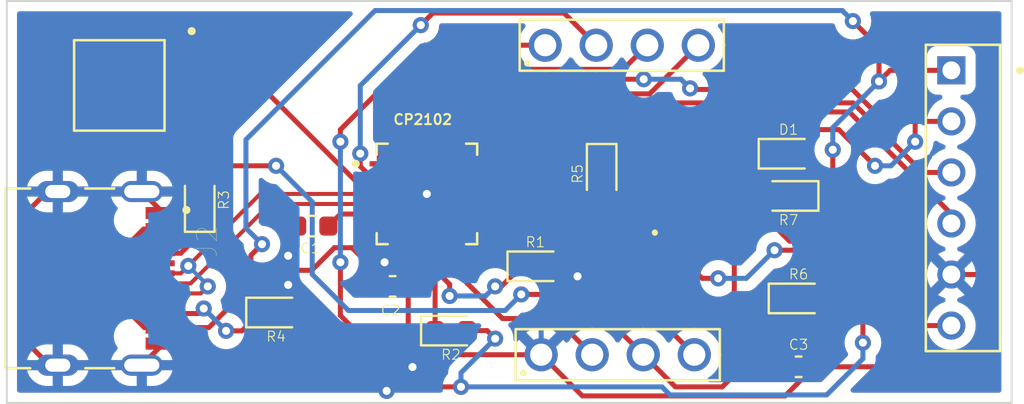
<source format=kicad_pcb>
(kicad_pcb (version 20211014) (generator pcbnew)
  (layers (0 "F.Cu" signal) (31 "B.Cu" signal) (34 "B.Paste" user) (35 "F.Paste" user) (36 "B.SilkS" user "B.Silkscreen") (37 "F.SilkS" user "F.Silkscreen") (38 "B.Mask" user) (39 "F.Mask" user) (44 "Edge.Cuts" user))
  (net 0 "")
  (net 1 "GND")
  (net 2 "Net-(C1-Pad2)")
  (net 3 "5V")
  (net 4 "EN")
  (net 5 "Net-(D1-Pad2)")
  (net 6 "Net-(IC1-Pad9)")
  (net 8 "Net-(IC1-Pad11)")
  (net 9 "SUSPEND")
  (net 13 "CTS")
  (net 14 "RTS")
  (net 15 "RXD")
  (net 16 "TXD")
  (net 17 "DSR")
  (net 18 "DTR")
  (net 19 "DCD")
  (net 20 "RI")
  (net 21 "D+")
  (net 22 "D-")
  (net 30 "Net-(J2-PadA5)")
  (net 33 "Net-(J2-PadB5)")
  (net 34 "3V3")
  (net 35 "Net-(R5-Pad2)")
  (footprint "LED_SMD:LED_0603_1608Metric" (layer "F.Cu") (at 145.7 71.8)
    (fp_text reference "D1" (at 0 -1.2) (layer "F.SilkS") (effects (font (size 0.5 0.5) (thickness 0.05))))
    (fp_text value "LED" hide)
    (fp_line (start 0.8 -0.735) (end -1.485 -0.735) (layer "F.SilkS") (width 0.12))
    (fp_line (start -1.485 -0.735) (end -1.485 0.735) (layer "F.SilkS") (width 0.12))
    (fp_line (start -1.485 0.735) (end 0.8 0.735) (layer "F.SilkS") (width 0.12))
    (pad "1" smd roundrect (at -0.7875 0) (size 0.875 0.95) (layers "F.Cu" "F.Paste" "F.Mask") (net 1 "GND"))
    (pad "2" smd roundrect (at 0.7875 0) (size 0.875 0.95) (layers "F.Cu" "F.Paste" "F.Mask") (net 5 "Net-(D1-Pad2)"))
  )
  (footprint "npn_smd:L8050QLT1G" (layer "F.Cu") (at 140 73.675)
    (fp_text reference "IC2" hide)
    (fp_text value "L8050QLT1G" hide)
    (fp_line (start -0.95 2) (end -0.95 2) (layer "F.SilkS") (width 0.2))
    (fp_line (start -0.95 2) (end -0.95 2) (layer "F.SilkS") (width 0.2))
    (fp_line (start -0.95 2.1) (end -0.95 2.1) (layer "F.SilkS") (width 0.2))
    (fp_arc (start -0.95 2) (mid -0.9 2.05) (end -0.95 2.1) (layer "F.SilkS") (width 0.2))
    (fp_arc (start -0.95 2.1) (mid -1 2.05) (end -0.95 2) (layer "F.SilkS") (width 0.2))
    (fp_arc (start -0.95 2.1) (mid -1 2.05) (end -0.95 2) (layer "F.SilkS") (width 0.2))
    (pad "1" smd rect locked (at -0.95 1) (size 0.8 0.9) (layers "F.Cu" "F.Paste" "F.Mask") (net 35 "Net-(R5-Pad2)"))
    (pad "2" smd rect locked (at 0.95 1) (size 0.8 0.9) (layers "F.Cu" "F.Paste" "F.Mask") (net 14 "RTS"))
    (pad "3" smd rect locked (at 0 -1) (size 0.8 0.9) (layers "F.Cu" "F.Paste" "F.Mask") (net 4 "EN"))
  )
  (footprint "Tactile Switch:SW_TL3305AF260QG" (layer "F.Cu") (at 112.4 68.4 -90)
    (fp_text reference "SW1" hide)
    (fp_text value "SW_MEC_5G" hide)
    (fp_line (start -2.25 -2.25) (end -2.25 2.25) (layer "F.SilkS") (width 0.127))
    (fp_line (start 2.25 2.25) (end 2.25 -2.25) (layer "F.SilkS") (width 0.127))
    (fp_line (start -2.25 -2.25) (end 2.25 -2.25) (layer "F.SilkS") (width 0.127))
    (fp_line (start 2.25 2.25) (end -2.25 2.25) (layer "F.SilkS") (width 0.127))
    (fp_circle (center -2.7 -3.6) (end -2.6 -3.6) (layer "F.SilkS") (width 0.2) (fill none))
    (pad "1" smd rect locked (at -1.5 -3.6 270) (size 1.4 1.6) (layers "F.Cu" "F.Paste" "F.Mask") (net 1 "GND"))
    (pad "2" smd rect locked (at -1.5 3.6 270) (size 1.4 1.6) (layers "F.Cu" "F.Paste" "F.Mask") (net 1 "GND"))
    (pad "3" smd rect locked (at 1.5 -3.6 270) (size 1.4 1.6) (layers "F.Cu" "F.Paste" "F.Mask") (net 4 "EN"))
    (pad "4" smd rect locked (at 1.5 3.6 270) (size 1.4 1.6) (layers "F.Cu" "F.Paste" "F.Mask") (net 4 "EN"))
  )
  (footprint "LED_SMD:LED_0603_1608Metric" (layer "F.Cu") (at 146.2 79)
    (fp_text reference "R6" (at 0 -1.2) (layer "F.SilkS") (effects (font (size 0.5 0.5) (thickness 0.05))))
    (fp_text value "10K" hide)
    (fp_line (start 0.8 -0.735) (end -1.485 -0.735) (layer "F.SilkS") (width 0.12))
    (fp_line (start -1.485 0.735) (end 0.8 0.735) (layer "F.SilkS") (width 0.12))
    (fp_line (start -1.485 -0.735) (end -1.485 0.735) (layer "F.SilkS") (width 0.12))
    (pad "1" smd roundrect (at -0.7875 0) (size 0.875 0.95) (layers "F.Cu" "F.Paste" "F.Mask") (net 4 "EN"))
    (pad "2" smd roundrect (at 0.7875 0) (size 0.875 0.95) (layers "F.Cu" "F.Paste" "F.Mask") (net 34 "3V3"))
  )
  (footprint "LED_SMD:LED_0603_1608Metric" (layer "F.Cu") (at 145.7 73.9 180)
    (fp_text reference "R7" (at 0 -1.2) (layer "F.SilkS") (effects (font (size 0.5 0.5) (thickness 0.05))))
    (fp_text value "5.1K" hide)
    (fp_line (start -1.485 -0.735) (end -1.485 0.735) (layer "F.SilkS") (width 0.12))
    (fp_line (start 0.8 -0.735) (end -1.485 -0.735) (layer "F.SilkS") (width 0.12))
    (fp_line (start -1.485 0.735) (end 0.8 0.735) (layer "F.SilkS") (width 0.12))
    (pad "1" smd roundrect (at -0.7875 0 180) (size 0.875 0.95) (layers "F.Cu" "F.Paste" "F.Mask") (net 3 "5V"))
    (pad "2" smd roundrect (at 0.7875 0 180) (size 0.875 0.95) (layers "F.Cu" "F.Paste" "F.Mask") (net 5 "Net-(D1-Pad2)"))
  )
  (footprint "LED_SMD:LED_0603_1608Metric" (layer "F.Cu") (at 128.9 80.6)
    (fp_text reference "R2" (at 0 1.2) (layer "F.SilkS") (effects (font (size 0.5 0.5) (thickness 0.05))))
    (fp_text value "10K" hide)
    (fp_line (start -1.485 -0.735) (end -1.485 0.735) (layer "F.SilkS") (width 0.12))
    (fp_line (start 0.8 -0.735) (end -1.485 -0.735) (layer "F.SilkS") (width 0.12))
    (fp_line (start -1.485 0.735) (end 0.8 0.735) (layer "F.SilkS") (width 0.12))
    (pad "1" smd roundrect (at -0.7875 0) (size 0.875 0.95) (layers "F.Cu" "F.Paste" "F.Mask") (net 6 "Net-(IC1-Pad9)"))
    (pad "2" smd roundrect (at 0.7875 0) (size 0.875 0.95) (layers "F.Cu" "F.Paste" "F.Mask") (net 34 "3V3"))
  )
  (footprint "usb c:HRO_TYPE-C-31-M-12" (layer "F.Cu") (at 109.3375 78 -90)
    (fp_text reference "J2" (at -1.825 -7.435 90) (layer "F.SilkS") (effects (font (thickness 0.015))))
    (fp_text value "TYPE-C-31-M-12" hide)
    (fp_line (start 4.47 -2.81) (end 4.47 -1.37) (layer "F.SilkS") (width 0.127))
    (fp_line (start -4.47 2.6) (end -4.47 1.37) (layer "F.SilkS") (width 0.127))
    (fp_line (start -4.47 -2.81) (end -4.47 -1.37) (layer "F.SilkS") (width 0.127))
    (fp_line (start 4.47 2.6) (end -4.47 2.6) (layer "F.SilkS") (width 0.127))
    (fp_line (start 4.47 1.37) (end 4.47 2.6) (layer "F.SilkS") (width 0.127))
    (fp_circle (center -3.4 -6.4) (end -3.3 -6.4) (layer "F.SilkS") (width 0.2) (fill none))
    (pad "" np_thru_hole circle locked (at 2.89 -3.65 270) (size 0.7 0.7) (drill 0.7) (layers *.Cu *.Mask))
    (pad "" np_thru_hole circle locked (at -2.89 -3.65 270) (size 0.7 0.7) (drill 0.7) (layers *.Cu *.Mask))
    (pad "A1B12" smd rect locked (at -3.25 -5.095 270) (size 0.6 1.45) (layers "F.Cu" "F.Paste" "F.Mask") (net 1 "GND"))
    (pad "A4B9" smd rect locked (at -2.45 -5.095 270) (size 0.6 1.45) (layers "F.Cu" "F.Paste" "F.Mask") (net 3 "5V"))
    (pad "A5" smd rect locked (at -1.25 -5.095 270) (size 0.3 1.45) (layers "F.Cu" "F.Paste" "F.Mask") (net 30 "Net-(J2-PadA5)"))
    (pad "A6" smd rect locked (at -0.25 -5.095 270) (size 0.3 1.45) (layers "F.Cu" "F.Paste" "F.Mask") (net 21 "D+"))
    (pad "A7" smd rect locked (at 0.25 -5.095 270) (size 0.3 1.45) (layers "F.Cu" "F.Paste" "F.Mask") (net 22 "D-"))
    (pad "A8" smd rect locked (at 1.25 -5.095 270) (size 0.3 1.45) (layers "F.Cu" "F.Paste" "F.Mask"))
    (pad "B1A12" smd rect locked (at 3.25 -5.095 270) (size 0.6 1.45) (layers "F.Cu" "F.Paste" "F.Mask") (net 1 "GND"))
    (pad "B4A9" smd rect locked (at 2.45 -5.095 270) (size 0.6 1.45) (layers "F.Cu" "F.Paste" "F.Mask") (net 3 "5V"))
    (pad "B5" smd rect locked (at 1.75 -5.095 270) (size 0.3 1.45) (layers "F.Cu" "F.Paste" "F.Mask") (net 33 "Net-(J2-PadB5)"))
    (pad "B6" smd rect locked (at 0.75 -5.095 270) (size 0.3 1.45) (layers "F.Cu" "F.Paste" "F.Mask") (net 21 "D+"))
    (pad "B7" smd rect locked (at -0.75 -5.095 270) (size 0.3 1.45) (layers "F.Cu" "F.Paste" "F.Mask") (net 22 "D-"))
    (pad "B8" smd rect locked (at -1.75 -5.095 270) (size 0.3 1.45) (layers "F.Cu" "F.Paste" "F.Mask"))
    (pad "S1" thru_hole oval locked (at -4.32 -4.18 270) (size 1.05 2.1) (drill oval 0.65 1.75) (layers *.Cu *.Mask) (net 1 "GND"))
    (pad "S2" thru_hole oval locked (at 4.32 -4.18 270) (size 1.05 2.1) (drill oval 0.65 1.75) (layers *.Cu *.Mask) (net 1 "GND"))
    (pad "S3" thru_hole oval locked (at -4.32 0 270) (size 1.05 2.1) (drill oval 0.65 1.25) (layers *.Cu *.Mask) (net 1 "GND"))
    (pad "S4" thru_hole oval locked (at 4.32 0 270) (size 1.05 2.1) (drill oval 0.65 1.25) (layers *.Cu *.Mask) (net 1 "GND"))
  )
  (footprint "Pin header 01x04:61300411121" (layer "F.Cu") (at 137.2 81.8)
    (fp_text reference "J4" hide)
    (fp_text value "Conn_01x04_Male" hide)
    (fp_line (start 5.08 -1.27) (end -5.08 -1.27) (layer "F.SilkS") (width 0.127))
    (fp_line (start -5.08 -1.27) (end -5.08 1.27) (layer "F.SilkS") (width 0.127))
    (fp_line (start 5.08 1.27) (end 5.08 -1.27) (layer "F.SilkS") (width 0.127))
    (fp_line (start -5.08 1.27) (end 5.08 1.27) (layer "F.SilkS") (width 0.127))
    (fp_circle (center -4.7 0.9) (end -4.6 0.9) (layer "F.SilkS") (width 0.127) (fill none))
    (pad "1" thru_hole circle locked (at -3.81 0) (size 1.65 1.65) (drill 1.1) (layers *.Cu *.Mask) (net 1 "GND"))
    (pad "2" thru_hole circle locked (at -1.27 0) (size 1.65 1.65) (drill 1.1) (layers *.Cu *.Mask) (net 9 "SUSPEND"))
    (pad "3" thru_hole circle locked (at 1.27 0) (size 1.65 1.65) (drill 1.1) (layers *.Cu *.Mask) (net 4 "EN"))
    (pad "4" thru_hole circle locked (at 3.81 0) (size 1.65 1.65) (drill 1.1) (layers *.Cu *.Mask) (net 13 "CTS"))
  )
  (footprint "LED_SMD:LED_0603_1608Metric" (layer "F.Cu") (at 120.2 79.7)
    (fp_text reference "R4" (at 0 1.2) (layer "F.SilkS") (effects (font (size 0.5 0.5) (thickness 0.05))))
    (fp_text value "5.1K" hide)
    (fp_line (start -1.485 0.735) (end 0.8 0.735) (layer "F.SilkS") (width 0.12))
    (fp_line (start 0.8 -0.735) (end -1.485 -0.735) (layer "F.SilkS") (width 0.12))
    (fp_line (start -1.485 -0.735) (end -1.485 0.735) (layer "F.SilkS") (width 0.12))
    (pad "1" smd roundrect (at -0.7875 0) (size 0.875 0.95) (layers "F.Cu" "F.Paste" "F.Mask") (net 33 "Net-(J2-PadB5)"))
    (pad "2" smd roundrect (at 0.7875 0) (size 0.875 0.95) (layers "F.Cu" "F.Paste" "F.Mask") (net 1 "GND"))
  )
  (footprint "LED_SMD:LED_0603_1608Metric" (layer "F.Cu") (at 116.4 74.2 90)
    (fp_text reference "R3" (at 0.1 1.2 90) (layer "F.SilkS") (effects (font (size 0.5 0.5) (thickness 0.05))))
    (fp_text value "5.1K" hide)
    (fp_line (start 0.8 -0.735) (end -1.485 -0.735) (layer "F.SilkS") (width 0.12))
    (fp_line (start -1.485 -0.735) (end -1.485 0.735) (layer "F.SilkS") (width 0.12))
    (fp_line (start -1.485 0.735) (end 0.8 0.735) (layer "F.SilkS") (width 0.12))
    (pad "1" smd roundrect (at -0.7875 0 90) (size 0.875 0.95) (layers "F.Cu" "F.Paste" "F.Mask") (net 30 "Net-(J2-PadA5)"))
    (pad "2" smd roundrect (at 0.7875 0 90) (size 0.875 0.95) (layers "F.Cu" "F.Paste" "F.Mask") (net 1 "GND"))
  )
  (footprint "Pin header 01x04:61300411121" (layer "F.Cu") (at 137.4 66.4)
    (fp_text reference "J3" hide)
    (fp_text value "Conn_01x04_Male" hide)
    (fp_line (start 5.08 1.27) (end 5.08 -1.27) (layer "F.SilkS") (width 0.127))
    (fp_line (start 5.08 -1.27) (end -5.08 -1.27) (layer "F.SilkS") (width 0.127))
    (fp_line (start -5.08 -1.27) (end -5.08 1.27) (layer "F.SilkS") (width 0.127))
    (fp_line (start -5.08 1.27) (end 5.08 1.27) (layer "F.SilkS") (width 0.127))
    (fp_circle (center -4.7 0.9) (end -4.6 0.9) (layer "F.SilkS") (width 0.127) (fill none))
    (pad "1" thru_hole circle locked (at -3.81 0) (size 1.65 1.65) (drill 1.1) (layers *.Cu *.Mask) (net 34 "3V3"))
    (pad "2" thru_hole circle locked (at -1.27 0) (size 1.65 1.65) (drill 1.1) (layers *.Cu *.Mask) (net 20 "RI"))
    (pad "3" thru_hole circle locked (at 1.27 0) (size 1.65 1.65) (drill 1.1) (layers *.Cu *.Mask) (net 19 "DCD"))
    (pad "4" thru_hole circle locked (at 3.81 0) (size 1.65 1.65) (drill 1.1) (layers *.Cu *.Mask) (net 17 "DSR"))
  )
  (footprint "Pin header 01x06:TE_825433-6" (layer "F.Cu") (at 153.8 74 -90)
    (fp_text reference "J1" hide)
    (fp_text value "Conn_01x06_Male" hide)
    (fp_line (start 7.62 -2.42) (end 7.62 1.27) (layer "F.SilkS") (width 0.127))
    (fp_line (start -7.62 -2.42) (end 7.62 -2.42) (layer "F.SilkS") (width 0.127))
    (fp_line (start -7.62 1.27) (end -7.62 -2.42) (layer "F.SilkS") (width 0.127))
    (fp_line (start 7.62 1.27) (end -7.62 1.27) (layer "F.SilkS") (width 0.127))
    (fp_circle (center -6.35 -3.42) (end -6.25 -3.42) (layer "F.SilkS") (width 0.2) (fill none))
    (pad "1" thru_hole rect locked (at -6.35 0 270) (size 1.398 1.398) (drill 0.89) (layers *.Cu *.Mask) (net 3 "5V"))
    (pad "2" thru_hole circle locked (at -3.81 0 270) (size 1.398 1.398) (drill 0.89) (layers *.Cu *.Mask) (net 18 "DTR"))
    (pad "3" thru_hole circle locked (at -1.27 0 270) (size 1.398 1.398) (drill 0.89) (layers *.Cu *.Mask) (net 16 "TXD"))
    (pad "4" thru_hole circle locked (at 1.27 0 270) (size 1.398 1.398) (drill 0.89) (layers *.Cu *.Mask) (net 15 "RXD"))
    (pad "5" thru_hole circle locked (at 3.81 0 270) (size 1.398 1.398) (drill 0.89) (layers *.Cu *.Mask) (net 1 "GND"))
    (pad "6" thru_hole circle locked (at 6.35 0 270) (size 1.398 1.398) (drill 0.89) (layers *.Cu *.Mask) (net 14 "RTS"))
  )
  (footprint "Capacitor_SMD:C_0603_1608Metric" (layer "F.Cu") (at 146.2 82.4)
    (fp_text reference "C3" (at 0 -1.1) (layer "F.SilkS") (effects (font (size 0.5 0.5) (thickness 0.05))))
    (fp_text value "1uF" hide)
    (fp_line (start -0.14058 -0.51) (end 0.14058 -0.51) (layer "F.SilkS") (width 0.12))
    (fp_line (start -0.14058 0.51) (end 0.14058 0.51) (layer "F.SilkS") (width 0.12))
    (pad "1" smd roundrect (at -0.775 0) (size 0.9 0.95) (layers "F.Cu" "F.Paste" "F.Mask") (net 4 "EN"))
    (pad "2" smd roundrect (at 0.775 0) (size 0.9 0.95) (layers "F.Cu" "F.Paste" "F.Mask") (net 1 "GND"))
  )
  (footprint "LED_SMD:LED_0603_1608Metric" (layer "F.Cu") (at 136.4 72.8 -90)
    (fp_text reference "R5" (at 0 1.2 90) (layer "F.SilkS") (effects (font (size 0.5 0.5) (thickness 0.05))))
    (fp_text value "10K" hide)
    (fp_line (start 0.8 -0.735) (end -1.485 -0.735) (layer "F.SilkS") (width 0.12))
    (fp_line (start -1.485 -0.735) (end -1.485 0.735) (layer "F.SilkS") (width 0.12))
    (fp_line (start -1.485 0.735) (end 0.8 0.735) (layer "F.SilkS") (width 0.12))
    (pad "1" smd roundrect (at -0.7875 0 270) (size 0.875 0.95) (layers "F.Cu" "F.Paste" "F.Mask") (net 18 "DTR"))
    (pad "2" smd roundrect (at 0.7875 0 270) (size 0.875 0.95) (layers "F.Cu" "F.Paste" "F.Mask") (net 35 "Net-(R5-Pad2)"))
  )
  (footprint "Capacitor_SMD:C_0603_1608Metric" (layer "F.Cu") (at 126 78.4)
    (fp_text reference "C2" (at -0.1 1.2) (layer "F.SilkS") (effects (font (size 0.5 0.5) (thickness 0.05))))
    (fp_text value "1uF" hide)
    (fp_line (start -0.14058 0.51) (end 0.14058 0.51) (layer "F.SilkS") (width 0.12))
    (fp_line (start -0.14058 -0.51) (end 0.14058 -0.51) (layer "F.SilkS") (width 0.12))
    (pad "1" smd roundrect (at -0.775 0) (size 0.9 0.95) (layers "F.Cu" "F.Paste" "F.Mask") (net 3 "5V"))
    (pad "2" smd roundrect (at 0.775 0) (size 0.9 0.95) (layers "F.Cu" "F.Paste" "F.Mask") (net 1 "GND"))
  )
  (footprint "Capacitor_SMD:C_0603_1608Metric" (layer "F.Cu") (at 122.025 75.4)
    (fp_text reference "C1" (at -0.125 1.1) (layer "F.SilkS") (effects (font (size 0.5 0.5) (thickness 0.05))))
    (fp_text value "0.1uF" hide)
    (fp_line (start -0.14058 0.51) (end 0.14058 0.51) (layer "F.SilkS") (width 0.12))
    (fp_line (start -0.14058 -0.51) (end 0.14058 -0.51) (layer "F.SilkS") (width 0.12))
    (pad "1" smd roundrect (at -0.775 0) (size 0.9 0.95) (layers "F.Cu" "F.Paste" "F.Mask") (net 1 "GND"))
    (pad "2" smd roundrect (at 0.775 0) (size 0.9 0.95) (layers "F.Cu" "F.Paste" "F.Mask") (net 2 "Net-(C1-Pad2)"))
  )
  (footprint "LED_SMD:LED_0603_1608Metric" (layer "F.Cu") (at 133.2 77.4)
    (fp_text reference "R1" (at -0.1 -1.2) (layer "F.SilkS") (effects (font (size 0.5 0.5) (thickness 0.05))))
    (fp_text value "10K" hide)
    (fp_line (start 0.8 -0.735) (end -1.485 -0.735) (layer "F.SilkS") (width 0.12))
    (fp_line (start -1.485 -0.735) (end -1.485 0.735) (layer "F.SilkS") (width 0.12))
    (fp_line (start -1.485 0.735) (end 0.8 0.735) (layer "F.SilkS") (width 0.12))
    (pad "1" smd roundrect (at -0.7875 0) (size 0.875 0.95) (layers "F.Cu" "F.Paste" "F.Mask") (net 8 "Net-(IC1-Pad11)"))
    (pad "2" smd roundrect (at 0.7875 0) (size 0.875 0.95) (layers "F.Cu" "F.Paste" "F.Mask") (net 1 "GND"))
  )
  (footprint "CP2102:QFN50P500X500X100-29N" (layer "F.Cu") (at 127.705 73.8)
    (fp_text reference "CP2102" (at -0.205 -3.7) (layer "F.SilkS") (effects (font (size 0.5 0.5) (thickness 0.1))))
    (fp_text value "CP2102" hide)
    (fp_line (start -2.5 -2.5) (end -2.5 -1.95) (layer "F.SilkS") (width 0.127))
    (fp_line (start -2.5 2.5) (end -1.95 2.5) (layer "F.SilkS") (width 0.127))
    (fp_line (start 2.5 -2.5) (end 1.95 -2.5) (layer "F.SilkS") (width 0.127))
    (fp_line (start 2.5 2.5) (end 2.5 1.95) (layer "F.SilkS") (width 0.127))
    (fp_line (start 2.5 2.5) (end 1.95 2.5) (layer "F.SilkS") (width 0.127))
    (fp_line (start -2.5 -2.5) (end -1.95 -2.5) (layer "F.SilkS") (width 0.127))
    (fp_line (start -2.5 2.5) (end -2.5 1.95) (layer "F.SilkS") (width 0.127))
    (fp_line (start 2.5 -2.5) (end 2.5 -1.95) (layer "F.SilkS") (width 0.127))
    (fp_circle (center -3.54 -1.5) (end -3.44 -1.5) (layer "F.SilkS") (width 0.2) (fill none))
    (pad "1" smd roundrect locked (at -2.37 -1.5) (size 0.97 0.26) (layers "F.Cu" "F.Paste" "F.Mask") (roundrect_rratio 0.03) (net 19 "DCD"))
    (pad "2" smd roundrect locked (at -2.37 -1) (size 0.97 0.26) (layers "F.Cu" "F.Paste" "F.Mask") (roundrect_rratio 0.03) (net 20 "RI"))
    (pad "3" smd roundrect locked (at -2.37 -0.5) (size 0.97 0.26) (layers "F.Cu" "F.Paste" "F.Mask") (roundrect_rratio 0.03) (net 1 "GND"))
    (pad "4" smd roundrect locked (at -2.37 0) (size 0.97 0.26) (layers "F.Cu" "F.Paste" "F.Mask") (roundrect_rratio 0.03) (net 21 "D+"))
    (pad "5" smd roundrect locked (at -2.37 0.5) (size 0.97 0.26) (layers "F.Cu" "F.Paste" "F.Mask") (roundrect_rratio 0.03) (net 22 "D-"))
    (pad "6" smd roundrect locked (at -2.37 1) (size 0.97 0.26) (layers "F.Cu" "F.Paste" "F.Mask") (roundrect_rratio 0.03) (net 2 "Net-(C1-Pad2)"))
    (pad "7" smd roundrect locked (at -2.37 1.5) (size 0.97 0.26) (layers "F.Cu" "F.Paste" "F.Mask") (roundrect_rratio 0.03) (net 3 "5V"))
    (pad "8" smd roundrect locked (at -1.5 2.37 90) (size 0.97 0.26) (layers "F.Cu" "F.Paste" "F.Mask") (roundrect_rratio 0.03) (net 3 "5V"))
    (pad "9" smd roundrect locked (at -1 2.37 90) (size 0.97 0.26) (layers "F.Cu" "F.Paste" "F.Mask") (roundrect_rratio 0.03) (net 6 "Net-(IC1-Pad9)"))
    (pad "10" smd roundrect locked (at -0.5 2.37 90) (size 0.97 0.26) (layers "F.Cu" "F.Paste" "F.Mask") (roundrect_rratio 0.03))
    (pad "11" smd roundrect locked (at 0 2.37 90) (size 0.97 0.26) (layers "F.Cu" "F.Paste" "F.Mask") (roundrect_rratio 0.03) (net 8 "Net-(IC1-Pad11)"))
    (pad "12" smd roundrect locked (at 0.5 2.37 90) (size 0.97 0.26) (layers "F.Cu" "F.Paste" "F.Mask") (roundrect_rratio 0.03) (net 9 "SUSPEND"))
    (pad "13" smd roundrect locked (at 1 2.37 90) (size 0.97 0.26) (layers "F.Cu" "F.Paste" "F.Mask") (roundrect_rratio 0.03))
    (pad "14" smd roundrect locked (at 1.5 2.37 90) (size 0.97 0.26) (layers "F.Cu" "F.Paste" "F.Mask") (roundrect_rratio 0.03))
    (pad "15" smd roundrect locked (at 2.37 1.5) (size 0.97 0.26) (layers "F.Cu" "F.Paste" "F.Mask") (roundrect_rratio 0.03))
    (pad "16" smd roundrect locked (at 2.37 1) (size 0.97 0.26) (layers "F.Cu" "F.Paste" "F.Mask") (roundrect_rratio 0.03))
    (pad "17" smd roundrect locked (at 2.37 0.5) (size 0.97 0.26) (layers "F.Cu" "F.Paste" "F.Mask") (roundrect_rratio 0.03))
    (pad "18" smd roundrect locked (at 2.37 0) (size 0.97 0.26) (layers "F.Cu" "F.Paste" "F.Mask") (roundrect_rratio 0.03))
    (pad "19" smd roundrect locked (at 2.37 -0.5) (size 0.97 0.26) (layers "F.Cu" "F.Paste" "F.Mask") (roundrect_rratio 0.03))
    (pad "20" smd roundrect locked (at 2.37 -1) (size 0.97 0.26) (layers "F.Cu" "F.Paste" "F.Mask") (roundrect_rratio 0.03))
    (pad "21" smd roundrect locked (at 2.37 -1.5) (size 0.97 0.26) (layers "F.Cu" "F.Paste" "F.Mask") (roundrect_rratio 0.03))
    (pad "22" smd roundrect locked (at 1.5 -2.37 90) (size 0.97 0.26) (layers "F.Cu" "F.Paste" "F.Mask") (roundrect_rratio 0.03))
    (pad "23" smd roundrect locked (at 1 -2.37 90) (size 0.97 0.26) (layers "F.Cu" "F.Paste" "F.Mask") (roundrect_rratio 0.03) (net 13 "CTS"))
    (pad "24" smd roundrect locked (at 0.5 -2.37 90) (size 0.97 0.26) (layers "F.Cu" "F.Paste" "F.Mask") (roundrect_rratio 0.03) (net 14 "RTS"))
    (pad "25" smd roundrect locked (at 0 -2.37 90) (size 0.97 0.26) (layers "F.Cu" "F.Paste" "F.Mask") (roundrect_rratio 0.03) (net 15 "RXD"))
    (pad "26" smd roundrect locked (at -0.5 -2.37 90) (size 0.97 0.26) (layers "F.Cu" "F.Paste" "F.Mask") (roundrect_rratio 0.03) (net 16 "TXD"))
    (pad "27" smd roundrect locked (at -1 -2.37 90) (size 0.97 0.26) (layers "F.Cu" "F.Paste" "F.Mask") (roundrect_rratio 0.03) (net 17 "DSR"))
    (pad "28" smd roundrect locked (at -1.5 -2.37 90) (size 0.97 0.26) (layers "F.Cu" "F.Paste" "F.Mask") (roundrect_rratio 0.03) (net 18 "DTR"))
    (pad "29" smd rect locked (at 0 0) (size 3.15 3.15) (layers "F.Cu" "F.Mask") (net 1 "GND"))
  )
  (gr_line (start 106.8 64.2) (end 156.8 64.2) (layer "Edge.Cuts") (width 0.1))
  (gr_line (start 156.8 84.2) (end 106.8 84.2) (layer "Edge.Cuts") (width 0.1))
  (gr_line (start 156.8 64.2) (end 156.8 84.2) (layer "Edge.Cuts") (width 0.1))
  (gr_line (start 106.8 84.2) (end 106.8 64.2) (layer "Edge.Cuts") (width 0.1))
  (segment (start 145.75 76.15) (end 152.14 76.15) (width 0.25) (layer "F.Cu") (net 1))
  (segment (start 114.4325 74.595) (end 113.5175 73.68) (width 0.25) (layer "F.Cu") (net 1))
  (segment (start 154.8 82.4) (end 156 81.2) (width 0.25) (layer "F.Cu") (net 1))
  (segment (start 116 65) (end 124.3 73.3) (width 0.25) (layer "F.Cu") (net 1))
  (segment (start 121.25 75.4) (end 121.25 76.4255) (width 0.25) (layer "F.Cu") (net 1))
  (segment (start 116.1325 73.68) (end 113.5175 73.68) (width 0.25) (layer "F.Cu") (net 1))
  (segment (start 133.39 81.8) (end 135.44 83.85) (width 0.25) (layer "F.Cu") (net 1))
  (segment (start 120.9875 79.7) (end 120.9875 80.6125) (width 0.25) (layer "F.Cu") (net 1))
  (segment (start 126.987299 82.412701) (end 127.4 82) (width 0.25) (layer "F.Cu") (net 1))
  (segment (start 133.9875 77.4) (end 134.7 77.4) (width 0.25) (layer "F.Cu") (net 1))
  (segment (start 152.14 76.15) (end 153.8 77.81) (width 0.25) (layer "F.Cu") (net 1))
  (segment (start 125.335 73.3) (end 127.205 73.3) (width 0.25) (layer "F.Cu") (net 1))
  (segment (start 114.4325 74.75) (end 114.4325 74.595) (width 0.25) (layer "F.Cu") (net 1))
  (segment (start 125.6 77.225) (end 126.775 78.4) (width 0.25) (layer "F.Cu") (net 1))
  (segment (start 144.9125 71.8) (end 144 72.7125) (width 0.25) (layer "F.Cu") (net 1))
  (segment (start 108.82 73.68) (end 108 74.5) (width 0.25) (layer "F.Cu") (net 1))
  (segment (start 113 65) (end 116 65) (width 0.25) (layer "F.Cu") (net 1))
  (segment (start 109.3375 73.68) (end 113.5175 73.68) (width 0.25) (layer "F.Cu") (net 1))
  (segment (start 121.25 76.4255) (end 120.8 76.8755) (width 0.25) (layer "F.Cu") (net 1))
  (segment (start 156 78.6) (end 155.21 77.81) (width 0.25) (layer "F.Cu") (net 1))
  (segment (start 110.1 65.6) (end 112.4 65.6) (width 0.25) (layer "F.Cu") (net 1))
  (segment (start 127.9 81.8) (end 133.39 81.8) (width 0.25) (layer "F.Cu") (net 1))
  (segment (start 124.42 82.32) (end 125.7 83.6) (width 0.25) (layer "F.Cu") (net 1))
  (segment (start 134.7 77.4) (end 135.2 77.9) (width 0.25) (layer "F.Cu") (net 1))
  (segment (start 120.8 78.3245) (end 120.8 79.5125) (width 0.25) (layer "F.Cu") (net 1))
  (segment (start 155.21 77.81) (end 153.8 77.81) (width 0.25) (layer "F.Cu") (net 1))
  (segment (start 145.525 83.85) (end 146.975 82.4) (width 0.25) (layer "F.Cu") (net 1))
  (segment (start 127.4 81.3) (end 127.9 81.8) (width 0.25) (layer "F.Cu") (net 1))
  (segment (start 114.7 65.6) (end 116 66.9) (width 0.25) (layer "F.Cu") (net 1))
  (segment (start 114.4325 81.25) (end 114.4325 81.405) (width 0.25) (layer "F.Cu") (net 1))
  (segment (start 135.44 83.85) (end 145.525 83.85) (width 0.25) (layer "F.Cu") (net 1))
  (segment (start 112.4 65.6) (end 113 65) (width 0.25) (layer "F.Cu") (net 1))
  (segment (start 108 81.4) (end 108.92 82.32) (width 0.25) (layer "F.Cu") (net 1))
  (segment (start 114.4325 81.405) (end 113.5175 82.32) (width 0.25) (layer "F.Cu") (net 1))
  (segment (start 112.4 65.6) (end 114.7 65.6) (width 0.25) (layer "F.Cu") (net 1))
  (segment (start 113.5175 82.32) (end 109.3375 82.32) (width 0.25) (layer "F.Cu") (net 1))
  (segment (start 126.775 78.4) (end 126.775 80.675) (width 0.25) (layer "F.Cu") (net 1))
  (segment (start 120.8 79.5125) (end 120.9875 79.7) (width 0.25) (layer "F.Cu") (net 1))
  (segment (start 108.8 66.9) (end 110.1 65.6) (width 0.25) (layer "F.Cu") (net 1))
  (segment (start 126.775 80.675) (end 127.4 81.3) (width 0.25) (layer "F.Cu") (net 1))
  (segment (start 127.705 73.8) (end 127.7 73.8) (width 0.25) (layer "F.Cu") (net 1))
  (segment (start 144 74.4) (end 145.75 76.15) (width 0.25) (layer "F.Cu") (net 1))
  (segment (start 124.3 73.3) (end 125.335 73.3) (width 0.25) (layer "F.Cu") (net 1))
  (segment (start 125.6 77.2) (end 125.6 77.225) (width 0.25) (layer "F.Cu") (net 1))
  (segment (start 116.4 73.4125) (end 116.1325 73.68) (width 0.25) (layer "F.Cu") (net 1))
  (segment (start 120.9875 80.6125) (end 119.28 82.32) (width 0.25) (layer "F.Cu") (net 1))
  (segment (start 109.3375 73.68) (end 108.82 73.68) (width 0.25) (layer "F.Cu") (net 1))
  (segment (start 113.5175 82.32) (end 119.28 82.32) (width 0.25) (layer "F.Cu") (net 1))
  (segment (start 146.975 82.4) (end 154.8 82.4) (width 0.25) (layer "F.Cu") (net 1))
  (segment (start 156 81.2) (end 156 78.6) (width 0.25) (layer "F.Cu") (net 1))
  (segment (start 144 72.7125) (end 144 74.4) (width 0.25) (layer "F.Cu") (net 1))
  (segment (start 119.28 82.32) (end 124.42 82.32) (width 0.25) (layer "F.Cu") (net 1))
  (segment (start 108.92 82.32) (end 109.3375 82.32) (width 0.25) (layer "F.Cu") (net 1))
  (segment (start 127.4 82) (end 127.4 81.3) (width 0.25) (layer "F.Cu") (net 1))
  (segment (start 108 74.5) (end 108 81.4) (width 0.25) (layer "F.Cu") (net 1))
  (via (at 125.6 77.2) (size 0.8) (drill 0.4) (layers "F.Cu" "B.Cu") (net 1))
  (via (at 127.7 73.8) (size 0.8) (drill 0.4) (layers "F.Cu" "B.Cu") (net 1))
  (via (at 120.8 78.3245) (size 0.8) (drill 0.4) (layers "F.Cu" "B.Cu") (net 1))
  (via (at 135.2 77.9) (size 0.8) (drill 0.4) (layers "F.Cu" "B.Cu") (net 1))
  (via (at 120.8 76.8755) (size 0.8) (drill 0.4) (layers "F.Cu" "B.Cu") (net 1))
  (via (at 126.987299 82.412701) (size 0.8) (drill 0.4) (layers "F.Cu" "B.Cu") (net 1))
  (via (at 125.7 83.6) (size 0.8) (drill 0.4) (layers "F.Cu" "B.Cu") (net 1))
  (segment (start 135.2 77.9) (end 133.39 79.71) (width 0.25) (layer "B.Cu") (net 1))
  (segment (start 120.8 76.8755) (end 120.8 78.3245) (width 0.25) (layer "B.Cu") (net 1))
  (segment (start 125.9 75.6) (end 125.6 75.9) (width 0.25) (layer "B.Cu") (net 1))
  (segment (start 125.8 83.6) (end 126.987299 82.412701) (width 0.25) (layer "B.Cu") (net 1))
  (segment (start 125.6 75.9) (end 125.6 77.2) (width 0.25) (layer "B.Cu") (net 1))
  (segment (start 133.39 79.71) (end 133.39 81.8) (width 0.25) (layer "B.Cu") (net 1))
  (segment (start 125.7 83.6) (end 125.8 83.6) (width 0.25) (layer "B.Cu") (net 1))
  (segment (start 127.7 73.8) (end 125.9 75.6) (width 0.25) (layer "B.Cu") (net 1))
  (segment (start 123.4 74.8) (end 122.8 75.4) (width 0.25) (layer "F.Cu") (net 2))
  (segment (start 125.335 74.8) (end 123.4 74.8) (width 0.25) (layer "F.Cu") (net 2))
  (segment (start 114.4325 80.45) (end 113.65 80.45) (width 0.25) (layer "F.Cu") (net 3))
  (segment (start 123.975 76.475) (end 124.6 77.1) (width 0.25) (layer "F.Cu") (net 3))
  (segment (start 114.4325 80.45) (end 116.85 80.45) (width 0.25) (layer "F.Cu") (net 3))
  (segment (start 150.2 66.5) (end 150.2 68.2) (width 0.25) (layer "F.Cu") (net 3))
  (segment (start 125 76) (end 125.17 76.17) (width 0.25) (layer "F.Cu") (net 3))
  (segment (start 150.75 67.65) (end 150.2 68.2) (width 0.25) (layer "F.Cu") (net 3))
  (segment (start 123.099695 76.475) (end 123.975 76.475) (width 0.25) (layer "F.Cu") (net 3))
  (segment (start 119.7 77.6) (end 121.974695 77.6) (width 0.25) (layer "F.Cu") (net 3))
  (segment (start 119.5 76.3) (end 118.95 76.85) (width 0.25) (layer "F.Cu") (net 3))
  (segment (start 112.3 79.1) (end 112.3 76.8575) (width 0.25) (layer "F.Cu") (net 3))
  (segment (start 125 75.635) (end 125 76) (width 0.25) (layer "F.Cu") (net 3))
  (segment (start 153.8 67.65) (end 150.75 67.65) (width 0.25) (layer "F.Cu") (net 3))
  (segment (start 124.6 78) (end 125 78.4) (width 0.25) (layer "F.Cu") (net 3))
  (segment (start 147.9 73.4) (end 147.4 73.9) (width 0.25) (layer "F.Cu") (net 3))
  (segment (start 121.974695 77.6) (end 123.099695 76.475) (width 0.25) (layer "F.Cu") (net 3))
  (segment (start 124.6 76.4) (end 124.6 77.1) (width 0.25) (layer "F.Cu") (net 3))
  (segment (start 147.4 73.9) (end 146.4875 73.9) (width 0.25) (layer "F.Cu") (net 3))
  (segment (start 113.65 80.45) (end 112.3 79.1) (width 0.25) (layer "F.Cu") (net 3))
  (segment (start 118.95 78.35) (end 119.7 77.6) (width 0.25) (layer "F.Cu") (net 3))
  (segment (start 125.335 75.3) (end 125 75.635) (width 0.25) (layer "F.Cu") (net 3))
  (segment (start 112.3 76.8575) (end 113.6075 75.55) (width 0.25) (layer "F.Cu") (net 3))
  (segment (start 147.9 71.6) (end 147.9 73.4) (width 0.25) (layer "F.Cu") (net 3))
  (segment (start 113.6075 75.55) (end 114.4325 75.55) (width 0.25) (layer "F.Cu") (net 3))
  (segment (start 125 78.4) (end 125.225 78.4) (width 0.25) (layer "F.Cu") (net 3))
  (segment (start 124.6 77.1) (end 124.6 78) (width 0.25) (layer "F.Cu") (net 3))
  (segment (start 125.17 76.17) (end 126.205 76.17) (width 0.25) (layer "F.Cu") (net 3))
  (segment (start 118.95 76.85) (end 118.95 78.35) (width 0.25) (layer "F.Cu") (net 3))
  (segment (start 116.85 80.45) (end 118.95 78.35) (width 0.25) (layer "F.Cu") (net 3))
  (segment (start 148.9 65.2) (end 150.2 66.5) (width 0.25) (layer "F.Cu") (net 3))
  (segment (start 119.5 76.4) (end 119.5 76.3) (width 0.25) (layer "F.Cu") (net 3))
  (segment (start 125 76) (end 124.6 76.4) (width 0.25) (layer "F.Cu") (net 3))
  (via (at 148.9 65.2) (size 0.8) (drill 0.4) (layers "F.Cu" "B.Cu") (net 3))
  (via (at 147.9 71.6) (size 0.8) (drill 0.4) (layers "F.Cu" "B.Cu") (net 3))
  (via (at 150.2 68.2) (size 0.8) (drill 0.4) (layers "F.Cu" "B.Cu") (net 3))
  (via (at 119.5 76.3) (size 0.8) (drill 0.4) (layers "F.Cu" "B.Cu") (net 3))
  (segment (start 118.7 75.5) (end 118.7 71.1) (width 0.25) (layer "B.Cu") (net 3))
  (segment (start 119.5 76.3) (end 118.7 75.5) (width 0.25) (layer "B.Cu") (net 3))
  (segment (start 150.2 68.2) (end 147.9 70.5) (width 0.25) (layer "B.Cu") (net 3))
  (segment (start 148.375 64.675) (end 148.9 65.2) (width 0.25) (layer "B.Cu") (net 3))
  (segment (start 118.7 71.1) (end 125.125 64.675) (width 0.25) (layer "B.Cu") (net 3))
  (segment (start 125.125 64.675) (end 148.375 64.675) (width 0.25) (layer "B.Cu") (net 3))
  (segment (start 147.9 70.5) (end 147.9 71.6) (width 0.25) (layer "B.Cu") (net 3))
  (segment (start 110.3 71.4) (end 112.4 71.4) (width 0.25) (layer "F.Cu") (net 4))
  (segment (start 144.6125 79.8) (end 145.4125 79) (width 0.25) (layer "F.Cu") (net 4))
  (segment (start 143 82.2) (end 143 79) (width 0.25) (layer "F.Cu") (net 4))
  (segment (start 114.5 71.4) (end 116 69.9) (width 0.25) (layer "F.Cu") (net 4))
  (segment (start 108.8 69.9) (end 110.3 71.4) (width 0.25) (layer "F.Cu") (net 4))
  (segment (start 138.47 81.8) (end 140.07 83.4) (width 0.25) (layer "F.Cu") (net 4))
  (segment (start 112.4 71.4) (end 113.4 72.4) (width 0.25) (layer "F.Cu") (net 4))
  (segment (start 143 82.8) (end 143 82.2) (width 0.25) (layer "F.Cu") (net 4))
  (segment (start 112.4 71.4) (end 114.5 71.4) (width 0.25) (layer "F.Cu") (net 4))
  (segment (start 143 79) (end 143.8 79.8) (width 0.25) (layer "F.Cu") (net 4))
  (segment (start 143 82.2) (end 143.8 83) (width 0.25) (layer "F.Cu") (net 4))
  (segment (start 143.8 83) (end 144.825 83) (width 0.25) (layer "F.Cu") (net 4))
  (segment (start 142.4 83.4) (end 143 82.8) (width 0.25) (layer "F.Cu") (net 4))
  (segment (start 141.675 72.675) (end 140 72.675) (width 0.25) (layer "F.Cu") (net 4))
  (segment (start 132.4 78.8) (end 135.47 78.8) (width 0.25) (layer "F.Cu") (net 4))
  (segment (start 143 79) (end 143 74) (width 0.25) (layer "F.Cu") (net 4))
  (segment (start 143.8 79.8) (end 144.6125 79.8) (width 0.25) (layer "F.Cu") (net 4))
  (segment (start 135.47 78.8) (end 138.47 81.8) (width 0.25) (layer "F.Cu") (net 4))
  (segment (start 113.4 72.4) (end 120.2 72.4) (width 0.25) (layer "F.Cu") (net 4))
  (segment (start 143 74) (end 141.675 72.675) (width 0.25) (layer "F.Cu") (net 4))
  (segment (start 140.07 83.4) (end 142.4 83.4) (width 0.25) (layer "F.Cu") (net 4))
  (segment (start 144.825 83) (end 145.425 82.4) (width 0.25) (layer "F.Cu") (net 4))
  (via (at 132.4 78.8) (size 0.8) (drill 0.4) (layers "F.Cu" "B.Cu") (net 4))
  (via (at 120.2 72.4) (size 0.8) (drill 0.4) (layers "F.Cu" "B.Cu") (net 4))
  (segment (start 120.2 72.4) (end 122 74.2) (width 0.25) (layer "B.Cu") (net 4))
  (segment (start 122 77.8) (end 123.8 79.6) (width 0.25) (layer "B.Cu") (net 4))
  (segment (start 123.8 79.6) (end 131.6 79.6) (width 0.25) (layer "B.Cu") (net 4))
  (segment (start 131.6 79.6) (end 132.4 78.8) (width 0.25) (layer "B.Cu") (net 4))
  (segment (start 122 74.2) (end 122 77.8) (width 0.25) (layer "B.Cu") (net 4))
  (segment (start 144.9125 73.9) (end 146.4875 72.325) (width 0.25) (layer "F.Cu") (net 5))
  (segment (start 146.4875 72.325) (end 146.4875 71.8) (width 0.25) (layer "F.Cu") (net 5))
  (segment (start 128.1125 78.2125) (end 128.1125 80.6) (width 0.25) (layer "F.Cu") (net 6))
  (segment (start 126.705 76.805) (end 128.1125 78.2125) (width 0.25) (layer "F.Cu") (net 6))
  (segment (start 126.705 76.17) (end 126.705 76.805) (width 0.25) (layer "F.Cu") (net 6))
  (segment (start 127.705 76.17) (end 127.705 77.168604) (width 0.25) (layer "F.Cu") (net 8))
  (segment (start 128.837 78.300604) (end 128.837 78.8755) (width 0.25) (layer "F.Cu") (net 8))
  (segment (start 127.705 77.168604) (end 128.837 78.300604) (width 0.25) (layer "F.Cu") (net 8))
  (segment (start 131.4125 78.4) (end 132.4125 77.4) (width 0.25) (layer "F.Cu") (net 8))
  (segment (start 131.1 78.4) (end 131.4125 78.4) (width 0.25) (layer "F.Cu") (net 8))
  (via (at 131.1 78.4) (size 0.8) (drill 0.4) (layers "F.Cu" "B.Cu") (net 8))
  (via (at 128.837 78.8755) (size 0.8) (drill 0.4) (layers "F.Cu" "B.Cu") (net 8))
  (segment (start 128.837 78.8755) (end 130.6245 78.8755) (width 0.25) (layer "B.Cu") (net 8))
  (segment (start 130.6245 78.8755) (end 131.1 78.4) (width 0.25) (layer "B.Cu") (net 8))
  (segment (start 134.13 80) (end 135.93 81.8) (width 0.25) (layer "F.Cu") (net 9))
  (segment (start 128.205 76.74005) (end 131.46495 80) (width 0.25) (layer "F.Cu") (net 9))
  (segment (start 128.205 76.17) (end 128.205 76.74005) (width 0.25) (layer "F.Cu") (net 9))
  (segment (start 131.46495 80) (end 134.13 80) (width 0.25) (layer "F.Cu") (net 9))
  (segment (start 128.705 70.85995) (end 128.94495 70.62) (width 0.25) (layer "F.Cu") (net 13))
  (segment (start 129.83 70.62) (end 141.01 81.8) (width 0.25) (layer "F.Cu") (net 13))
  (segment (start 128.94495 70.62) (end 129.83 70.62) (width 0.25) (layer "F.Cu") (net 13))
  (segment (start 128.705 71.43) (end 128.705 70.85995) (width 0.25) (layer "F.Cu") (net 13))
  (segment (start 128.758554 70.17) (end 130.016396 70.17) (width 0.25) (layer "F.Cu") (net 14))
  (segment (start 148.4 76.6) (end 152.15 80.35) (width 0.25) (layer "F.Cu") (net 14))
  (segment (start 128.205 70.723554) (end 128.758554 70.17) (width 0.25) (layer "F.Cu") (net 14))
  (segment (start 128.205 71.43) (end 128.205 70.723554) (width 0.25) (layer "F.Cu") (net 14))
  (segment (start 138.625 77) (end 139.5125 76.1125) (width 0.25) (layer "F.Cu") (net 14))
  (segment (start 136.846396 77) (end 138.625 77) (width 0.25) (layer "F.Cu") (net 14))
  (segment (start 130.016396 70.17) (end 136.846396 77) (width 0.25) (layer "F.Cu") (net 14))
  (segment (start 152.15 80.35) (end 153.8 80.35) (width 0.25) (layer "F.Cu") (net 14))
  (segment (start 139.5125 76.1125) (end 140.95 74.675) (width 0.25) (layer "F.Cu") (net 14))
  (segment (start 139.5125 76.1125) (end 141.4 78) (width 0.25) (layer "F.Cu") (net 14))
  (segment (start 145 76.6) (end 148.4 76.6) (width 0.25) (layer "F.Cu") (net 14))
  (segment (start 141.4 78) (end 142.2 78) (width 0.25) (layer "F.Cu") (net 14))
  (via (at 142.2 78) (size 0.8) (drill 0.4) (layers "F.Cu" "B.Cu") (net 14))
  (via (at 145 76.6) (size 0.8) (drill 0.4) (layers "F.Cu" "B.Cu") (net 14))
  (segment (start 143.6 78) (end 145 76.6) (width 0.25) (layer "B.Cu") (net 14))
  (segment (start 142.2 78) (end 143.6 78) (width 0.25) (layer "B.Cu") (net 14))
  (segment (start 128.572158 69.72) (end 148.72 69.72) (width 0.25) (layer "F.Cu") (net 15))
  (segment (start 148.72 69.72) (end 153.8 74.8) (width 0.25) (layer "F.Cu") (net 15))
  (segment (start 153.8 74.8) (end 153.8 75.27) (width 0.25) (layer "F.Cu") (net 15))
  (segment (start 127.705 71.43) (end 127.705 70.587158) (width 0.25) (layer "F.Cu") (net 15))
  (segment (start 127.705 70.587158) (end 128.572158 69.72) (width 0.25) (layer "F.Cu") (net 15))
  (segment (start 148.906396 69.27) (end 152.366396 72.73) (width 0.25) (layer "F.Cu") (net 16))
  (segment (start 127.205 71.43) (end 127.205 70.450762) (width 0.25) (layer "F.Cu") (net 16))
  (segment (start 127.205 70.450762) (end 128.385762 69.27) (width 0.25) (layer "F.Cu") (net 16))
  (segment (start 152.366396 72.73) (end 153.8 72.73) (width 0.25) (layer "F.Cu") (net 16))
  (segment (start 128.385762 69.27) (end 148.906396 69.27) (width 0.25) (layer "F.Cu") (net 16))
  (segment (start 138.79 68.82) (end 141.21 66.4) (width 0.25) (layer "F.Cu") (net 17))
  (segment (start 126.705 71.43) (end 126.705 70.314366) (width 0.25) (layer "F.Cu") (net 17))
  (segment (start 126.705 70.314366) (end 128.199366 68.82) (width 0.25) (layer "F.Cu") (net 17))
  (segment (start 128.199366 68.82) (end 138.79 68.82) (width 0.25) (layer "F.Cu") (net 17))
  (segment (start 140.8545 68.6) (end 148.872792 68.6) (width 0.25) (layer "F.Cu") (net 18))
  (segment (start 136.4 71.4) (end 137.2 70.6) (width 0.25) (layer "F.Cu") (net 18))
  (segment (start 152 70.2) (end 151.99 70.19) (width 0.25) (layer "F.Cu") (net 18))
  (segment (start 152 71.2) (end 152 70.2) (width 0.25) (layer "F.Cu") (net 18))
  (segment (start 128.290269 68.092701) (end 138.492701 68.092701) (width 0.25) (layer "F.Cu") (net 18))
  (segment (start 148.872792 68.6) (end 150.462792 70.19) (width 0.25) (layer "F.Cu") (net 18))
  (segment (start 126.205 70.17797) (end 128.290269 68.092701) (width 0.25) (layer "F.Cu") (net 18))
  (segment (start 126.205 71.43) (end 126.205 70.17797) (width 0.25) (layer "F.Cu") (net 18))
  (segment (start 136.4 72.0125) (end 136.4 71.4) (width 0.25) (layer "F.Cu") (net 18))
  (segment (start 151.99 70.19) (end 153.8 70.19) (width 0.25) (layer "F.Cu") (net 18))
  (segment (start 137.2 70.6) (end 148.2 70.6) (width 0.25) (layer "F.Cu") (net 18))
  (segment (start 148.2 70.6) (end 150 72.4) (width 0.25) (layer "F.Cu") (net 18))
  (segment (start 150.462792 70.19) (end 151.99 70.19) (width 0.25) (layer "F.Cu") (net 18))
  (segment (start 140.8 68.5455) (end 140.8545 68.6) (width 0.25) (layer "F.Cu") (net 18))
  (via (at 152 71.2) (size 0.8) (drill 0.4) (layers "F.Cu" "B.Cu") (net 18))
  (via (at 140.8 68.5455) (size 0.8) (drill 0.4) (layers "F.Cu" "B.Cu") (net 18))
  (via (at 138.492701 68.092701) (size 0.8) (drill 0.4) (layers "F.Cu" "B.Cu") (net 18))
  (via (at 150 72.4) (size 0.8) (drill 0.4) (layers "F.Cu" "B.Cu") (net 18))
  (segment (start 140.347201 68.092701) (end 140.8 68.5455) (width 0.25) (layer "B.Cu") (net 18))
  (segment (start 150 72.4) (end 150.8 72.4) (width 0.25) (layer "B.Cu") (net 18))
  (segment (start 150.8 72.4) (end 152 71.2) (width 0.25) (layer "B.Cu") (net 18))
  (segment (start 138.492701 68.092701) (end 140.347201 68.092701) (width 0.25) (layer "B.Cu") (net 18))
  (segment (start 127.4 67.6) (end 137.47 67.6) (width 0.25) (layer "F.Cu") (net 19))
  (segment (start 125.335 69.665) (end 127.4 67.6) (width 0.25) (layer "F.Cu") (net 19))
  (segment (start 125.335 72.3) (end 125.335 69.665) (width 0.25) (layer "F.Cu") (net 19))
  (segment (start 137.47 67.6) (end 138.67 66.4) (width 0.25) (layer "F.Cu") (net 19))
  (segment (start 124.389402 72.424452) (end 124.389402 71.791254) (width 0.25) (layer "F.Cu") (net 20))
  (segment (start 134.53 64.8) (end 136.13 66.4) (width 0.25) (layer "F.Cu") (net 20))
  (segment (start 125.335 72.8) (end 124.76495 72.8) (width 0.25) (layer "F.Cu") (net 20))
  (segment (start 128 64.8) (end 134.53 64.8) (width 0.25) (layer "F.Cu") (net 20))
  (segment (start 127.4 65.4) (end 128 64.8) (width 0.25) (layer "F.Cu") (net 20))
  (segment (start 124.76495 72.8) (end 124.389402 72.424452) (width 0.25) (layer "F.Cu") (net 20))
  (via (at 127.4 65.4) (size 0.8) (drill 0.4) (layers "F.Cu" "B.Cu") (net 20))
  (via (at 124.389402 71.791254) (size 0.8) (drill 0.4) (layers "F.Cu" "B.Cu") (net 20))
  (segment (start 124.389402 71.791254) (end 124.389402 68.410598) (width 0.25) (layer "B.Cu") (net 20))
  (segment (start 124.389402 68.410598) (end 127.4 65.4) (width 0.25) (layer "B.Cu") (net 20))
  (segment (start 125.335 73.8) (end 119.410756 73.8) (width 0.2) (layer "F.Cu") (net 21))
  (segment (start 115.830923 77.379833) (end 115.460756 77.75) (width 0.2) (layer "F.Cu") (net 21))
  (segment (start 114.4325 78.75) (end 116.45 78.75) (width 0.2) (layer "F.Cu") (net 21))
  (segment (start 115.460756 77.75) (end 114.4325 77.75) (width 0.2) (layer "F.Cu") (net 21))
  (segment (start 119.410756 73.8) (end 115.830923 77.379833) (width 0.2) (layer "F.Cu") (net 21))
  (segment (start 116.45 78.75) (end 116.8 78.4) (width 0.2) (layer "F.Cu") (net 21))
  (via (at 115.830923 77.379833) (size 0.8) (drill 0.4) (layers "F.Cu" "B.Cu") (net 21))
  (via (at 116.8 78.4) (size 0.8) (drill 0.4) (layers "F.Cu" "B.Cu") (net 21))
  (segment (start 116.8 78.4) (end 116.8 78.34891) (width 0.2) (layer "B.Cu") (net 21))
  (segment (start 116.8 78.34891) (end 115.830923 77.379833) (width 0.2) (layer "B.Cu") (net 21))
  (segment (start 125.335 74.3) (end 119.9 74.3) (width 0.2) (layer "F.Cu") (net 22))
  (segment (start 119.9 74.3) (end 115.95 78.25) (width 0.2) (layer "F.Cu") (net 22))
  (segment (start 113.2 77.6) (end 113.55 77.25) (width 0.2) (layer "F.Cu") (net 22))
  (segment (start 113.4575 78.25) (end 113.2 77.9925) (width 0.2) (layer "F.Cu") (net 22))
  (segment (start 114.4325 78.25) (end 113.4575 78.25) (width 0.2) (layer "F.Cu") (net 22))
  (segment (start 113.2 77.9925) (end 113.2 77.6) (width 0.2) (layer "F.Cu") (net 22))
  (segment (start 115.95 78.25) (end 114.4325 78.25) (width 0.2) (layer "F.Cu") (net 22))
  (segment (start 113.55 77.25) (end 114.4325 77.25) (width 0.2) (layer "F.Cu") (net 22))
  (segment (start 115.4575 76.75) (end 116.4 75.8075) (width 0.25) (layer "F.Cu") (net 30))
  (segment (start 116.4 75.8075) (end 116.4 74.9875) (width 0.25) (layer "F.Cu") (net 30))
  (segment (start 114.4325 76.75) (end 115.4575 76.75) (width 0.25) (layer "F.Cu") (net 30))
  (segment (start 117.712299 80.612299) (end 118.500201 80.612299) (width 0.25) (layer "F.Cu") (net 33))
  (segment (start 114.4325 79.75) (end 116.35 79.75) (width 0.25) (layer "F.Cu") (net 33))
  (segment (start 116.35 79.75) (end 116.6 79.5) (width 0.25) (layer "F.Cu") (net 33))
  (segment (start 118.500201 80.612299) (end 119.4125 79.7) (width 0.25) (layer "F.Cu") (net 33))
  (via (at 117.712299 80.612299) (size 0.8) (drill 0.4) (layers "F.Cu" "B.Cu") (net 33))
  (via (at 116.6 79.5) (size 0.8) (drill 0.4) (layers "F.Cu" "B.Cu") (net 33))
  (segment (start 116.6 79.5) (end 117.712299 80.612299) (width 0.25) (layer "B.Cu") (net 33))
  (segment (start 148.4 79) (end 146.9875 79) (width 0.25) (layer "F.Cu") (net 34))
  (segment (start 133.59 66.4) (end 127.6 66.4) (width 0.25) (layer "F.Cu") (net 34))
  (segment (start 123.6 70.4) (end 123.4 70.6) (width 0.25) (layer "F.Cu") (net 34))
  (segment (start 126.95 83.4) (end 129.4 83.4) (width 0.25) (layer "F.Cu") (net 34))
  (segment (start 127.6 66.4) (end 123.6 70.4) (width 0.25) (layer "F.Cu") (net 34))
  (segment (start 123.4 70.6) (end 123.4 71.2) (width 0.25) (layer "F.Cu") (net 34))
  (segment (start 149.4 80) (end 148.4 79) (width 0.25) (layer "F.Cu") (net 34))
  (segment (start 130.7 80.6) (end 131.1 81) (width 0.25) (layer "F.Cu") (net 34))
  (segment (start 123.4 79.85) (end 126.95 83.4) (width 0.25) (layer "F.Cu") (net 34))
  (segment (start 123.4 77.2) (end 123.4 79.85) (width 0.25) (layer "F.Cu") (net 34))
  (segment (start 129.6875 80.6) (end 130.7 80.6) (width 0.25) (layer "F.Cu") (net 34))
  (segment (start 149.4 81.2) (end 149.4 80) (width 0.25) (layer "F.Cu") (net 34))
  (via (at 131.1 81) (size 0.8) (drill 0.4) (layers "F.Cu" "B.Cu") (net 34))
  (via (at 123.4 71.2) (size 0.8) (drill 0.4) (layers "F.Cu" "B.Cu") (net 34))
  (via (at 123.4 77.2) (size 0.8) (drill 0.4) (layers "F.Cu" "B.Cu") (net 34))
  (via (at 129.4 83.4) (size 0.8) (drill 0.4) (layers "F.Cu" "B.Cu") (net 34))
  (via (at 149.4 81.2) (size 0.8) (drill 0.4) (layers "F.Cu" "B.Cu") (net 34))
  (segment (start 147.6 83.8) (end 149.4 82) (width 0.25) (layer "B.Cu") (net 34))
  (segment (start 139.8 83.8) (end 147.6 83.8) (width 0.25) (layer "B.Cu") (net 34))
  (segment (start 131.1 81) (end 129.4 82.7) (width 0.25) (layer "B.Cu") (net 34))
  (segment (start 129.4 83.4) (end 139.4 83.4) (width 0.25) (layer "B.Cu") (net 34))
  (segment (start 139.4 83.4) (end 139.8 83.8) (width 0.25) (layer "B.Cu") (net 34))
  (segment (start 123.4 71.2) (end 123.4 77.2) (width 0.25) (layer "B.Cu") (net 34))
  (segment (start 129.4 82.7) (end 129.4 83.4) (width 0.25) (layer "B.Cu") (net 34))
  (segment (start 149.4 82) (end 149.4 81.2) (width 0.25) (layer "B.Cu") (net 34))
  (segment (start 137.4875 74.675) (end 136.4 73.5875) (width 0.25) (layer "F.Cu") (net 35))
  (segment (start 139.05 74.675) (end 137.4875 74.675) (width 0.25) (layer "F.Cu") (net 35))
  (zone (net 1) (net_name "GND") (layer "B.Cu") (connect_pads (clearance 0.508)) (min_thickness 0.254) (fill yes (thermal_gap 0.508) (thermal_bridge_width 0.508))
    (polygon (pts (xy 156.8 84.2) (xy 106.9 84.2) (xy 106.8 64.2) (xy 156.8 64.2)))
  )
)
</source>
